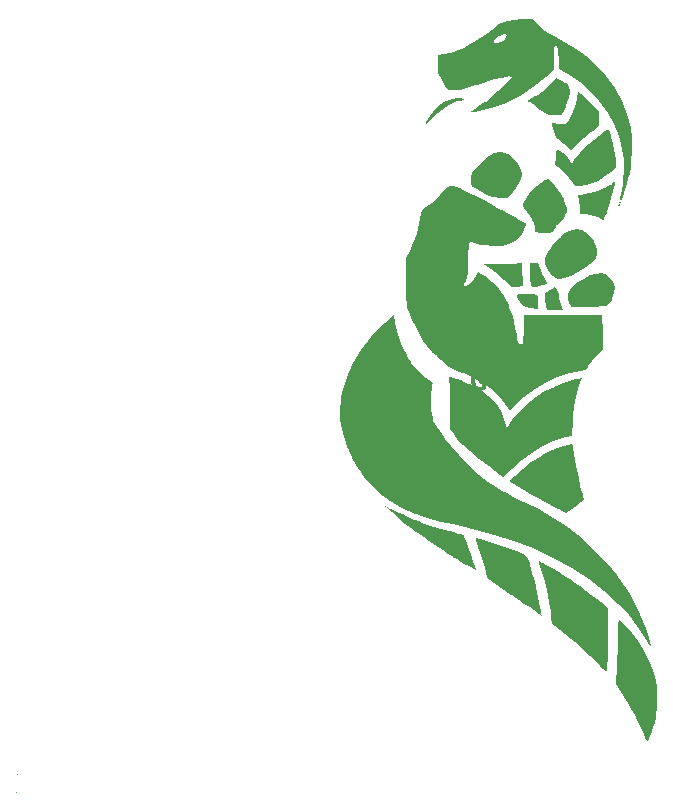
<source format=gbr>
%TF.GenerationSoftware,KiCad,Pcbnew,8.0.7*%
%TF.CreationDate,2025-01-18T15:19:19-06:00*%
%TF.ProjectId,bottom-plate,626f7474-6f6d-42d7-906c-6174652e6b69,rev?*%
%TF.SameCoordinates,Original*%
%TF.FileFunction,Legend,Top*%
%TF.FilePolarity,Positive*%
%FSLAX46Y46*%
G04 Gerber Fmt 4.6, Leading zero omitted, Abs format (unit mm)*
G04 Created by KiCad (PCBNEW 8.0.7) date 2025-01-18 15:19:19*
%MOMM*%
%LPD*%
G01*
G04 APERTURE LIST*
%ADD10C,0.300000*%
%ADD11C,0.000000*%
G04 APERTURE END LIST*
D10*
X267029572Y-78116757D02*
X266886715Y-78045328D01*
X266886715Y-78045328D02*
X266672429Y-78045328D01*
X266672429Y-78045328D02*
X266458143Y-78116757D01*
X266458143Y-78116757D02*
X266315286Y-78259614D01*
X266315286Y-78259614D02*
X266243857Y-78402471D01*
X266243857Y-78402471D02*
X266172429Y-78688185D01*
X266172429Y-78688185D02*
X266172429Y-78902471D01*
X266172429Y-78902471D02*
X266243857Y-79188185D01*
X266243857Y-79188185D02*
X266315286Y-79331042D01*
X266315286Y-79331042D02*
X266458143Y-79473900D01*
X266458143Y-79473900D02*
X266672429Y-79545328D01*
X266672429Y-79545328D02*
X266815286Y-79545328D01*
X266815286Y-79545328D02*
X267029572Y-79473900D01*
X267029572Y-79473900D02*
X267101000Y-79402471D01*
X267101000Y-79402471D02*
X267101000Y-78902471D01*
X267101000Y-78902471D02*
X266815286Y-78902471D01*
X267958143Y-78045328D02*
X267958143Y-78402471D01*
X267601000Y-78259614D02*
X267958143Y-78402471D01*
X267958143Y-78402471D02*
X268315286Y-78259614D01*
X267743857Y-78688185D02*
X267958143Y-78402471D01*
X267958143Y-78402471D02*
X268172429Y-78688185D01*
X269101000Y-78045328D02*
X269101000Y-78402471D01*
X268743857Y-78259614D02*
X269101000Y-78402471D01*
X269101000Y-78402471D02*
X269458143Y-78259614D01*
X268886714Y-78688185D02*
X269101000Y-78402471D01*
X269101000Y-78402471D02*
X269315286Y-78688185D01*
X270243857Y-78045328D02*
X270243857Y-78402471D01*
X269886714Y-78259614D02*
X270243857Y-78402471D01*
X270243857Y-78402471D02*
X270601000Y-78259614D01*
X270029571Y-78688185D02*
X270243857Y-78402471D01*
X270243857Y-78402471D02*
X270458143Y-78688185D01*
D11*
%TO.C,G\u002A\u002A\u002A*%
G36*
X227575080Y-113653956D02*
G01*
X227532605Y-113696431D01*
X227490130Y-113653956D01*
X227532605Y-113611481D01*
X227575080Y-113653956D01*
G37*
G36*
X227660030Y-112124859D02*
G01*
X227617555Y-112167334D01*
X227575080Y-112124859D01*
X227617555Y-112082385D01*
X227660030Y-112124859D01*
G37*
G36*
X228169729Y-103205127D02*
G01*
X228127254Y-103247602D01*
X228084779Y-103205127D01*
X228127254Y-103162652D01*
X228169729Y-103205127D01*
G37*
G36*
X258836619Y-89443254D02*
G01*
X258794144Y-89485729D01*
X258751669Y-89443254D01*
X258794144Y-89400779D01*
X258836619Y-89443254D01*
G37*
G36*
X281348324Y-101506130D02*
G01*
X281305849Y-101548605D01*
X281263374Y-101506130D01*
X281305849Y-101463655D01*
X281348324Y-101506130D01*
G37*
G36*
X265604289Y-54939464D02*
G01*
X265592628Y-54989966D01*
X265547655Y-54996097D01*
X265477732Y-54965015D01*
X265491022Y-54939464D01*
X265591838Y-54929297D01*
X265604289Y-54939464D01*
G37*
G36*
X278686563Y-63689296D02*
G01*
X278674902Y-63739799D01*
X278629930Y-63745930D01*
X278560006Y-63714848D01*
X278573296Y-63689296D01*
X278674112Y-63679130D01*
X278686563Y-63689296D01*
G37*
G36*
X278603278Y-63885753D02*
G01*
X278587455Y-63915829D01*
X278507414Y-63996957D01*
X278492478Y-64000779D01*
X278486682Y-63945906D01*
X278502505Y-63915829D01*
X278582546Y-63834702D01*
X278597482Y-63830879D01*
X278603278Y-63885753D01*
G37*
G36*
X270352914Y-69323891D02*
G01*
X270357704Y-69710341D01*
X270376177Y-70134831D01*
X270389796Y-70329542D01*
X270432271Y-70839241D01*
X269938571Y-70864874D01*
X269444871Y-70890507D01*
X268791748Y-70258359D01*
X268449124Y-69944897D01*
X268077203Y-69633577D01*
X267734881Y-69372672D01*
X267594519Y-69277041D01*
X267050412Y-68927869D01*
X268454636Y-68927869D01*
X268945341Y-68924899D01*
X269393205Y-68916691D01*
X269763224Y-68904305D01*
X270020393Y-68888796D01*
X270108684Y-68877905D01*
X270358508Y-68827940D01*
X270352914Y-69323891D01*
G37*
G36*
X271909016Y-69478143D02*
G01*
X272033782Y-69795234D01*
X272163087Y-70065882D01*
X272269764Y-70233474D01*
X272273398Y-70237472D01*
X272390461Y-70399315D01*
X272428592Y-70508872D01*
X272347980Y-70609142D01*
X272122989Y-70709318D01*
X271778885Y-70800020D01*
X271516795Y-70847384D01*
X271280559Y-70871063D01*
X271155437Y-70837799D01*
X271092045Y-70743685D01*
X271064172Y-70593267D01*
X271042257Y-70318490D01*
X271029238Y-69964868D01*
X271026920Y-69734893D01*
X271026920Y-68885395D01*
X271363374Y-68885395D01*
X271699828Y-68885395D01*
X271909016Y-69478143D01*
G37*
G36*
X273296191Y-71052873D02*
G01*
X273406211Y-71274568D01*
X273447990Y-71514749D01*
X273481165Y-71801885D01*
X273568924Y-72172961D01*
X273693618Y-72558137D01*
X273744192Y-72686900D01*
X273759264Y-72760475D01*
X273709036Y-72804886D01*
X273563234Y-72827331D01*
X273291581Y-72835008D01*
X273118898Y-72835562D01*
X272778863Y-72833210D01*
X272571255Y-72818376D01*
X272458600Y-72779387D01*
X272403427Y-72704574D01*
X272373567Y-72603427D01*
X272339989Y-72388941D01*
X272315749Y-72084827D01*
X272308236Y-71867790D01*
X272301167Y-71364287D01*
X272722780Y-71114848D01*
X273144392Y-70865410D01*
X273296191Y-71052873D01*
G37*
G36*
X271085301Y-71482378D02*
G01*
X271377402Y-71498575D01*
X271562604Y-71522194D01*
X271607444Y-71540077D01*
X271643312Y-71675339D01*
X271666474Y-71905977D01*
X271676286Y-72178466D01*
X271672103Y-72439281D01*
X271653279Y-72634896D01*
X271621568Y-72711519D01*
X271497950Y-72707169D01*
X271263485Y-72675772D01*
X271026920Y-72634767D01*
X270732672Y-72569432D01*
X270495518Y-72499640D01*
X270389796Y-72453288D01*
X270288144Y-72337396D01*
X270153105Y-72127924D01*
X270017936Y-71884429D01*
X269915895Y-71666468D01*
X269879861Y-71540077D01*
X269958892Y-71513259D01*
X270171722Y-71492011D01*
X270482272Y-71479053D01*
X270724582Y-71476364D01*
X271085301Y-71482378D01*
G37*
G36*
X277354863Y-69807493D02*
G01*
X277662226Y-70009522D01*
X277723406Y-70066143D01*
X278025422Y-70466632D01*
X278169511Y-70919925D01*
X278153974Y-71412054D01*
X277977115Y-71929053D01*
X277955145Y-71972621D01*
X277811497Y-72204130D01*
X277639147Y-72362918D01*
X277403014Y-72463919D01*
X277068019Y-72522069D01*
X276599081Y-72552300D01*
X276592942Y-72552538D01*
X276144157Y-72570307D01*
X275671109Y-72589890D01*
X275259288Y-72607726D01*
X275169755Y-72611777D01*
X274822299Y-72618592D01*
X274603566Y-72596181D01*
X274473998Y-72538727D01*
X274437854Y-72504143D01*
X274288384Y-72211208D01*
X274237917Y-71810438D01*
X274262454Y-71498828D01*
X274388865Y-71131902D01*
X274660042Y-70785174D01*
X275084892Y-70449508D01*
X275549191Y-70178719D01*
X276128058Y-69906887D01*
X276608287Y-69755113D01*
X277010386Y-69722336D01*
X277354863Y-69807493D01*
G37*
G36*
X268589358Y-59455233D02*
G01*
X269115198Y-59628798D01*
X269573833Y-59924460D01*
X269940795Y-60314938D01*
X270191614Y-60772948D01*
X270301822Y-61271207D01*
X270304846Y-61367990D01*
X270255500Y-61720849D01*
X270099024Y-62099698D01*
X269822758Y-62529856D01*
X269551564Y-62874762D01*
X269333204Y-63129516D01*
X269173994Y-63279867D01*
X269027499Y-63354520D01*
X268847285Y-63382180D01*
X268721950Y-63387610D01*
X268393839Y-63366319D01*
X268021486Y-63297849D01*
X267841301Y-63247445D01*
X267396466Y-63078846D01*
X266919548Y-62861068D01*
X266480629Y-62628073D01*
X266206017Y-62455003D01*
X266062784Y-62329592D01*
X265993445Y-62176814D01*
X265972879Y-61932839D01*
X265972405Y-61861393D01*
X266009673Y-61553698D01*
X266131775Y-61245104D01*
X266354152Y-60911272D01*
X266692248Y-60527863D01*
X267030749Y-60193418D01*
X267517712Y-59791707D01*
X267972128Y-59539864D01*
X268385055Y-59442124D01*
X268589358Y-59455233D01*
G37*
G36*
X275434226Y-66073651D02*
G01*
X275840572Y-66313520D01*
X275994053Y-66451972D01*
X276327878Y-66841973D01*
X276532108Y-67243336D01*
X276637502Y-67707477D01*
X276655512Y-68081497D01*
X276586093Y-68391003D01*
X276410145Y-68669103D01*
X276108567Y-68948905D01*
X275787927Y-69180143D01*
X275079608Y-69623798D01*
X274457373Y-69941766D01*
X273926321Y-70132155D01*
X273491554Y-70193068D01*
X273200509Y-70141233D01*
X272927895Y-69961145D01*
X272662121Y-69664251D01*
X272436899Y-69301507D01*
X272285941Y-68923867D01*
X272243646Y-68694985D01*
X272278075Y-68501059D01*
X272389789Y-68232547D01*
X272557952Y-67920011D01*
X272761727Y-67594014D01*
X272980279Y-67285116D01*
X273192771Y-67023880D01*
X273378366Y-66840869D01*
X273516229Y-66766643D01*
X273553201Y-66774171D01*
X273604060Y-66776413D01*
X273586949Y-66737836D01*
X273608473Y-66627091D01*
X273755218Y-66479939D01*
X273993470Y-66320023D01*
X274289515Y-66170981D01*
X274520194Y-66083459D01*
X274999170Y-65998232D01*
X275434226Y-66073651D01*
G37*
G36*
X273529254Y-53350308D02*
G01*
X273737086Y-53453542D01*
X273868740Y-53548924D01*
X273879260Y-53562500D01*
X273964037Y-53627229D01*
X273985670Y-53622918D01*
X274104166Y-53640332D01*
X274234041Y-53770608D01*
X274338922Y-53963557D01*
X274382435Y-54168990D01*
X274382438Y-54170394D01*
X274353179Y-54471314D01*
X274274781Y-54843382D01*
X274161316Y-55244687D01*
X274026852Y-55633322D01*
X273885462Y-55967375D01*
X273751215Y-56204937D01*
X273670726Y-56290281D01*
X273517061Y-56329917D01*
X273256424Y-56344979D01*
X272949793Y-56336563D01*
X272658145Y-56305769D01*
X272486997Y-56268970D01*
X272291672Y-56171450D01*
X272044043Y-55997115D01*
X271879556Y-55857558D01*
X271601175Y-55628161D01*
X271299361Y-55419364D01*
X271151454Y-55334422D01*
X270791874Y-55150977D01*
X271210895Y-54911664D01*
X271464374Y-54754651D01*
X271666086Y-54607995D01*
X271742331Y-54536900D01*
X271864608Y-54425873D01*
X271924998Y-54401448D01*
X272012653Y-54346422D01*
X272192538Y-54198129D01*
X272435075Y-53981751D01*
X272614724Y-53814237D01*
X273234198Y-53227025D01*
X273529254Y-53350308D01*
G37*
G36*
X265197463Y-54924826D02*
G01*
X265350014Y-54959776D01*
X265377756Y-54986643D01*
X265304967Y-55042515D01*
X265132009Y-55103313D01*
X264926991Y-55150561D01*
X264758025Y-55165784D01*
X264729590Y-55162459D01*
X264634942Y-55207692D01*
X264622705Y-55222453D01*
X264522704Y-55297318D01*
X264320337Y-55414838D01*
X264145983Y-55505796D01*
X263898184Y-55641980D01*
X263714261Y-55765527D01*
X263653300Y-55824358D01*
X263541545Y-55921062D01*
X263500537Y-55930545D01*
X263407710Y-55987048D01*
X263226252Y-56139187D01*
X262986095Y-56360902D01*
X262817509Y-56525194D01*
X262561787Y-56776337D01*
X262353620Y-56975018D01*
X262220256Y-57095559D01*
X262186589Y-57119843D01*
X262189026Y-57051705D01*
X262238830Y-56896373D01*
X262355212Y-56665025D01*
X262536185Y-56388383D01*
X262756051Y-56096643D01*
X262989114Y-55820000D01*
X263209676Y-55588653D01*
X263392039Y-55432796D01*
X263510507Y-55382626D01*
X263523145Y-55387200D01*
X263590681Y-55369706D01*
X263593809Y-55347013D01*
X263670241Y-55261053D01*
X263869988Y-55161645D01*
X264148728Y-55062970D01*
X264462137Y-54979207D01*
X264765892Y-54924537D01*
X264956193Y-54911147D01*
X265197463Y-54924826D01*
G37*
G36*
X278643958Y-99063782D02*
G01*
X278830227Y-99237515D01*
X279073314Y-99495385D01*
X279350702Y-99811469D01*
X279639876Y-100159841D01*
X279918317Y-100514580D01*
X280163508Y-100849759D01*
X280237283Y-100957624D01*
X280780278Y-101847107D01*
X281193525Y-102709698D01*
X281498764Y-103595432D01*
X281649882Y-104208841D01*
X281721648Y-104696659D01*
X281760732Y-105292104D01*
X281767280Y-105936106D01*
X281741442Y-106569595D01*
X281683365Y-107133501D01*
X281641951Y-107372515D01*
X281550927Y-107759565D01*
X281436569Y-108167932D01*
X281310878Y-108562910D01*
X281185854Y-108909795D01*
X281073500Y-109173882D01*
X280985815Y-109320466D01*
X280962327Y-109337877D01*
X280881910Y-109284583D01*
X280789184Y-109116671D01*
X280762382Y-109046669D01*
X280624676Y-108701624D01*
X280417824Y-108247494D01*
X280160618Y-107720562D01*
X279871853Y-107157113D01*
X279570323Y-106593431D01*
X279274820Y-106065800D01*
X279004139Y-105610505D01*
X278887035Y-105425995D01*
X278284565Y-104503719D01*
X278372248Y-102962450D01*
X278402755Y-102350281D01*
X278428652Y-101685807D01*
X278447922Y-101032368D01*
X278458544Y-100453303D01*
X278459981Y-100210645D01*
X278465083Y-99778247D01*
X278479082Y-99414394D01*
X278500070Y-99149054D01*
X278526140Y-99012195D01*
X278537026Y-99000110D01*
X278643958Y-99063782D01*
G37*
G36*
X266527699Y-92144360D02*
G01*
X266786198Y-92204748D01*
X267150953Y-92307825D01*
X267595643Y-92444866D01*
X268093946Y-92607145D01*
X268619541Y-92785938D01*
X269146105Y-92972518D01*
X269647317Y-93158161D01*
X270096856Y-93334141D01*
X270393899Y-93458738D01*
X270572449Y-93541197D01*
X270695315Y-93625763D01*
X270785937Y-93748973D01*
X270867754Y-93947367D01*
X270964206Y-94257481D01*
X271012923Y-94423693D01*
X271117856Y-94785935D01*
X271207490Y-95101121D01*
X271268951Y-95323706D01*
X271285984Y-95389742D01*
X271324206Y-95543405D01*
X271393444Y-95815635D01*
X271481996Y-96160556D01*
X271534167Y-96362599D01*
X271622180Y-96724041D01*
X271712982Y-97132836D01*
X271800144Y-97555084D01*
X271877235Y-97956886D01*
X271937827Y-98304342D01*
X271975488Y-98563552D01*
X271983790Y-98700618D01*
X271979896Y-98712575D01*
X271905175Y-98681535D01*
X271749649Y-98574850D01*
X271703928Y-98539952D01*
X271569966Y-98441580D01*
X271316565Y-98260993D01*
X270964101Y-98012502D01*
X270532951Y-97710417D01*
X270043493Y-97369047D01*
X269516104Y-97002702D01*
X269423586Y-96938585D01*
X267395504Y-95533550D01*
X267153992Y-94595692D01*
X267020521Y-94114738D01*
X266861455Y-93597303D01*
X266701772Y-93122723D01*
X266623132Y-92909741D01*
X266505133Y-92584822D01*
X266425362Y-92325268D01*
X266394030Y-92166799D01*
X266401778Y-92135387D01*
X266527699Y-92144360D01*
G37*
G36*
X275324640Y-54532883D02*
G01*
X275474402Y-54642227D01*
X275703076Y-54846778D01*
X275976622Y-55114827D01*
X276198594Y-55346896D01*
X276845983Y-56043747D01*
X276844682Y-56603032D01*
X276835071Y-56902848D01*
X276811246Y-57136659D01*
X276780970Y-57247751D01*
X276678834Y-57347754D01*
X276501991Y-57491862D01*
X276302408Y-57641117D01*
X276132053Y-57756562D01*
X276045028Y-57799441D01*
X275970002Y-57856106D01*
X275800862Y-58010437D01*
X275562600Y-58238944D01*
X275280209Y-58518135D01*
X275276836Y-58521515D01*
X274991772Y-58801612D01*
X274747589Y-59031068D01*
X274570178Y-59186266D01*
X274485429Y-59243587D01*
X274485305Y-59243589D01*
X274387443Y-59187277D01*
X274227474Y-59046152D01*
X274164719Y-58982788D01*
X273919988Y-58760857D01*
X273649966Y-58561521D01*
X273617890Y-58541461D01*
X273386186Y-58381532D01*
X273235170Y-58210009D01*
X273125571Y-57969904D01*
X273048021Y-57714492D01*
X272971533Y-57438613D01*
X272905970Y-57203325D01*
X272889506Y-57144624D01*
X272867477Y-57023194D01*
X272924944Y-56992040D01*
X273101463Y-57032983D01*
X273120547Y-57038437D01*
X273411742Y-57095542D01*
X273718376Y-57119834D01*
X273722983Y-57119843D01*
X273933320Y-57099728D01*
X274089775Y-57014215D01*
X274254186Y-56825550D01*
X274294195Y-56771109D01*
X274585468Y-56265749D01*
X274826675Y-55636095D01*
X274995473Y-54956591D01*
X275098075Y-54415721D01*
X275324640Y-54532883D01*
G37*
G36*
X272693870Y-61829262D02*
G01*
X272908146Y-62015463D01*
X273149216Y-62299909D01*
X273398563Y-62652998D01*
X273637671Y-63045123D01*
X273848024Y-63446682D01*
X274011105Y-63828069D01*
X274108397Y-64159680D01*
X274127589Y-64333309D01*
X274108030Y-64548747D01*
X274059054Y-64670364D01*
X274037625Y-64680378D01*
X273981236Y-64726579D01*
X273990193Y-64749194D01*
X273966974Y-64851736D01*
X273859684Y-65031325D01*
X273703229Y-65243720D01*
X273532512Y-65444682D01*
X273382439Y-65589969D01*
X273290480Y-65636063D01*
X273213527Y-65663189D01*
X273214378Y-65689545D01*
X273182274Y-65800303D01*
X273076041Y-65981009D01*
X273041935Y-66029344D01*
X272936100Y-66162591D01*
X272829313Y-66241512D01*
X272675666Y-66280315D01*
X272429249Y-66293208D01*
X272185357Y-66294425D01*
X271864572Y-66287625D01*
X271612940Y-66269610D01*
X271475930Y-66243960D01*
X271465827Y-66237791D01*
X271431366Y-66124958D01*
X271411289Y-65907595D01*
X271409194Y-65804029D01*
X271367074Y-65472325D01*
X271217310Y-65182471D01*
X271168755Y-65117352D01*
X270976540Y-64860082D01*
X270757681Y-64553373D01*
X270653281Y-64401828D01*
X270498513Y-64158056D01*
X270431626Y-63989632D01*
X270436665Y-63837426D01*
X270469931Y-63722230D01*
X270626006Y-63406711D01*
X270881093Y-63053035D01*
X271203346Y-62691441D01*
X271560920Y-62352169D01*
X271921970Y-62065458D01*
X272254649Y-61861547D01*
X272524904Y-61770913D01*
X272693870Y-61829262D01*
G37*
G36*
X277676590Y-57618053D02*
G01*
X277764297Y-57803190D01*
X277850268Y-58047133D01*
X277903286Y-58250495D01*
X277954381Y-58418638D01*
X277977751Y-58479040D01*
X278062230Y-58757310D01*
X278143212Y-59160995D01*
X278212899Y-59645666D01*
X278255027Y-60058865D01*
X278311633Y-60737609D01*
X277882187Y-61123717D01*
X277358339Y-61522154D01*
X276745584Y-61872499D01*
X276110868Y-62140170D01*
X275678541Y-62262140D01*
X275300103Y-62338409D01*
X275047874Y-62368653D01*
X274882300Y-62344105D01*
X274763825Y-62256003D01*
X274652896Y-62095581D01*
X274611449Y-62025696D01*
X274339054Y-61624288D01*
X274003586Y-61221528D01*
X273655048Y-60873590D01*
X273416623Y-60683417D01*
X273118215Y-60478945D01*
X273166586Y-59924979D01*
X273201676Y-59628399D01*
X273245677Y-59399355D01*
X273285567Y-59293742D01*
X273398711Y-59283848D01*
X273587675Y-59373373D01*
X273815080Y-59535038D01*
X274043545Y-59741567D01*
X274235691Y-59965684D01*
X274265577Y-60008862D01*
X274407490Y-60207370D01*
X274515069Y-60329430D01*
X274545311Y-60347936D01*
X274620651Y-60282179D01*
X274734574Y-60120369D01*
X274756153Y-60084700D01*
X274936164Y-59839581D01*
X275221884Y-59520423D01*
X275583693Y-59155907D01*
X275991968Y-58774712D01*
X276417086Y-58405517D01*
X276829425Y-58077003D01*
X276831381Y-58075528D01*
X277130731Y-57854987D01*
X277381964Y-57679215D01*
X277553273Y-57569926D01*
X277609172Y-57544592D01*
X277676590Y-57618053D01*
G37*
G36*
X278190034Y-61953126D02*
G01*
X278174669Y-62105544D01*
X278160386Y-62192659D01*
X278047188Y-62760561D01*
X277892279Y-63386502D01*
X277715158Y-63998653D01*
X277535326Y-64525182D01*
X277508101Y-64595428D01*
X277389573Y-64892223D01*
X277297221Y-65118372D01*
X277246709Y-65235685D01*
X277242112Y-65243904D01*
X277172721Y-65207399D01*
X277023835Y-65103475D01*
X277015883Y-65097586D01*
X276786155Y-64976784D01*
X276450591Y-64857384D01*
X276072474Y-64757078D01*
X275715084Y-64693559D01*
X275523552Y-64680378D01*
X275256214Y-64680378D01*
X275247118Y-64552953D01*
X275316886Y-64552953D01*
X275359361Y-64595428D01*
X275401836Y-64552953D01*
X275486786Y-64552953D01*
X275529261Y-64595428D01*
X275571736Y-64552953D01*
X275529261Y-64510478D01*
X275486786Y-64552953D01*
X275401836Y-64552953D01*
X275359361Y-64510478D01*
X275316886Y-64552953D01*
X275247118Y-64552953D01*
X275209219Y-64022017D01*
X275179211Y-63686350D01*
X275143083Y-63404023D01*
X275107935Y-63229017D01*
X275103042Y-63214993D01*
X275091252Y-63109153D01*
X275196728Y-63069636D01*
X275294209Y-63066331D01*
X275604633Y-63033280D01*
X276014765Y-62944536D01*
X276470098Y-62815709D01*
X276916129Y-62662412D01*
X277298350Y-62500254D01*
X277336416Y-62481408D01*
X277602416Y-62359987D01*
X277809186Y-62289296D01*
X277911254Y-62284482D01*
X277941792Y-62287158D01*
X277925827Y-62253223D01*
X277943817Y-62137336D01*
X278044033Y-62016675D01*
X278152346Y-61932362D01*
X278190034Y-61953126D01*
G37*
G36*
X271804692Y-94115495D02*
G01*
X271943258Y-94210024D01*
X271975493Y-94219311D01*
X272102305Y-94272992D01*
X272342812Y-94399449D01*
X272666869Y-94581036D01*
X273044333Y-94800107D01*
X273445060Y-95039016D01*
X273838905Y-95280116D01*
X274195725Y-95505760D01*
X274382438Y-95628349D01*
X274792669Y-95909655D01*
X275255362Y-96237874D01*
X275738919Y-96589493D01*
X276211742Y-96940997D01*
X276642232Y-97268871D01*
X276998792Y-97549602D01*
X277249822Y-97759675D01*
X277266192Y-97774342D01*
X277610532Y-98085432D01*
X277609597Y-100432905D01*
X277606845Y-101278372D01*
X277598930Y-101965171D01*
X277585258Y-102504471D01*
X277565233Y-102907443D01*
X277538258Y-103185255D01*
X277503737Y-103349079D01*
X277461076Y-103410083D01*
X277450754Y-103410842D01*
X277376065Y-103350846D01*
X277205305Y-103190002D01*
X276960423Y-102949682D01*
X276663367Y-102651257D01*
X276506184Y-102491081D01*
X276104562Y-102092050D01*
X275656832Y-101666741D01*
X275215626Y-101264099D01*
X274833574Y-100933068D01*
X274808246Y-100912057D01*
X274488569Y-100647263D01*
X274211336Y-100416394D01*
X274005947Y-100244016D01*
X273901803Y-100154697D01*
X273901101Y-100154060D01*
X273781967Y-100059421D01*
X273570966Y-99903354D01*
X273338231Y-99736974D01*
X272876540Y-99411964D01*
X272822095Y-98826153D01*
X272756262Y-98308747D01*
X272647699Y-97673024D01*
X272506067Y-96962291D01*
X272341023Y-96219852D01*
X272162227Y-95489011D01*
X271979339Y-94813075D01*
X271802018Y-94235347D01*
X271790314Y-94200445D01*
X271771401Y-94099597D01*
X271804692Y-94115495D01*
G37*
G36*
X274569535Y-84202057D02*
G01*
X274618873Y-84321347D01*
X274673716Y-84560655D01*
X274723070Y-84870902D01*
X274727950Y-84909342D01*
X274828267Y-85601499D01*
X274961840Y-86349696D01*
X275115739Y-87089473D01*
X275277035Y-87756371D01*
X275356193Y-88041582D01*
X275451192Y-88371287D01*
X275524614Y-88637698D01*
X275565302Y-88799819D01*
X275569953Y-88827156D01*
X275507663Y-88906355D01*
X275341660Y-89058001D01*
X275106110Y-89255271D01*
X274835180Y-89471340D01*
X274563038Y-89679383D01*
X274323850Y-89852577D01*
X274151782Y-89964097D01*
X274087380Y-89991128D01*
X273978746Y-89952797D01*
X273756067Y-89852966D01*
X273456018Y-89708555D01*
X273235615Y-89598160D01*
X272909725Y-89429550D01*
X272643993Y-89286539D01*
X272472924Y-89188013D01*
X272428592Y-89156473D01*
X272331329Y-89091058D01*
X272137010Y-88989289D01*
X272046318Y-88946124D01*
X271857275Y-88849184D01*
X271556093Y-88683746D01*
X271176325Y-88468715D01*
X270751525Y-88222997D01*
X270487397Y-88067761D01*
X269268276Y-87346728D01*
X269510474Y-87087754D01*
X269736190Y-86866433D01*
X270045444Y-86589901D01*
X270403608Y-86286273D01*
X270776056Y-85983661D01*
X271128159Y-85710178D01*
X271425291Y-85493936D01*
X271632824Y-85363049D01*
X271638350Y-85360201D01*
X271847788Y-85246875D01*
X271984138Y-85160661D01*
X272003843Y-85143191D01*
X272142784Y-85037996D01*
X272397004Y-84904074D01*
X272732755Y-84753804D01*
X273116291Y-84599564D01*
X273513863Y-84453733D01*
X273891725Y-84328692D01*
X274216128Y-84236818D01*
X274453325Y-84190491D01*
X274569535Y-84202057D01*
G37*
G36*
X258977829Y-89549441D02*
G01*
X259074006Y-89647955D01*
X259110564Y-89655629D01*
X259222644Y-89690051D01*
X259448359Y-89782349D01*
X259748565Y-89916066D01*
X259918841Y-89995428D01*
X260240225Y-90143783D01*
X260505205Y-90259306D01*
X260675477Y-90325623D01*
X260713848Y-90335227D01*
X260789396Y-90394235D01*
X260790465Y-90406019D01*
X260858154Y-90475097D01*
X260896652Y-90481718D01*
X261015186Y-90512585D01*
X261255232Y-90592509D01*
X261580025Y-90708789D01*
X261894813Y-90826551D01*
X262365441Y-90995223D01*
X262919619Y-91177629D01*
X263475757Y-91347553D01*
X263806184Y-91440652D01*
X264208481Y-91549613D01*
X264557769Y-91645627D01*
X264817454Y-91718538D01*
X264950943Y-91758192D01*
X264953007Y-91758897D01*
X265153303Y-91808160D01*
X265229052Y-91819444D01*
X265371412Y-91851135D01*
X265406715Y-91871362D01*
X265451694Y-91970887D01*
X265536970Y-92196909D01*
X265652242Y-92518919D01*
X265787206Y-92906405D01*
X265931559Y-93328859D01*
X266074997Y-93755769D01*
X266207216Y-94156624D01*
X266317915Y-94500916D01*
X266396789Y-94758132D01*
X266433535Y-94897764D01*
X266434154Y-94913835D01*
X266399753Y-94885526D01*
X266397154Y-94851727D01*
X266330916Y-94758763D01*
X266295908Y-94752619D01*
X266183352Y-94711592D01*
X265970954Y-94605266D01*
X265702704Y-94458775D01*
X265422593Y-94297254D01*
X265174612Y-94145834D01*
X265002751Y-94029650D01*
X264953007Y-93985368D01*
X264846000Y-93915695D01*
X264719395Y-93866370D01*
X264571198Y-93790789D01*
X264528257Y-93727496D01*
X264462114Y-93652185D01*
X264432428Y-93648271D01*
X264318706Y-93601175D01*
X264089538Y-93469840D01*
X263767430Y-93269195D01*
X263374892Y-93014169D01*
X262934432Y-92719691D01*
X262468557Y-92400690D01*
X261999775Y-92072094D01*
X261550596Y-91748833D01*
X261385114Y-91627079D01*
X260968669Y-91312150D01*
X262829261Y-91312150D01*
X262871736Y-91354625D01*
X262914211Y-91312150D01*
X262871736Y-91269675D01*
X262829261Y-91312150D01*
X260968669Y-91312150D01*
X260915178Y-91271698D01*
X260453392Y-90909503D01*
X260019204Y-90557072D01*
X259632061Y-90230981D01*
X259311412Y-89947807D01*
X259076705Y-89724128D01*
X258947389Y-89576520D01*
X258928275Y-89532962D01*
X258956702Y-89509884D01*
X258977829Y-89549441D01*
G37*
G36*
X264338513Y-78472914D02*
G01*
X264569409Y-78552857D01*
X264859980Y-78664008D01*
X265165684Y-78788296D01*
X265441984Y-78907651D01*
X265644337Y-79004002D01*
X265727053Y-79057013D01*
X265800013Y-79118918D01*
X265812003Y-79116640D01*
X265929641Y-79119952D01*
X266090098Y-79185166D01*
X266209336Y-79272819D01*
X266227254Y-79311632D01*
X266260002Y-79366162D01*
X266278008Y-79354262D01*
X266384568Y-79359705D01*
X266587278Y-79460808D01*
X266857776Y-79637627D01*
X267167703Y-79870222D01*
X267488698Y-80138650D01*
X267779306Y-80409917D01*
X268259035Y-80956349D01*
X268599046Y-81517350D01*
X268826327Y-82140283D01*
X268872646Y-82328706D01*
X268938964Y-82576032D01*
X269003180Y-82737979D01*
X269036830Y-82774692D01*
X269112620Y-82708152D01*
X269241706Y-82536221D01*
X269354455Y-82362736D01*
X269667188Y-81927264D01*
X270086817Y-81448126D01*
X270573358Y-80967048D01*
X271086825Y-80525756D01*
X271196819Y-80440146D01*
X271482098Y-80233968D01*
X271804737Y-80018758D01*
X272135020Y-79811969D01*
X272443233Y-79631051D01*
X272699657Y-79493455D01*
X272874578Y-79416633D01*
X272938291Y-79417446D01*
X272986566Y-79414199D01*
X273058744Y-79353332D01*
X273195714Y-79271775D01*
X273454592Y-79160578D01*
X273793181Y-79034099D01*
X274169284Y-78906693D01*
X274540704Y-78792718D01*
X274865245Y-78706530D01*
X275083460Y-78664450D01*
X275387047Y-78626796D01*
X275255288Y-78938035D01*
X275032005Y-79550918D01*
X274863928Y-80216879D01*
X274744850Y-80969462D01*
X274668563Y-81842209D01*
X274649553Y-82211176D01*
X274594813Y-83474081D01*
X274000164Y-83626332D01*
X272987974Y-83962601D01*
X271966488Y-84449731D01*
X270961826Y-85072415D01*
X270000107Y-85815346D01*
X269513805Y-86255424D01*
X268733274Y-87001567D01*
X268478425Y-86815501D01*
X267493983Y-86079710D01*
X266650757Y-85411863D01*
X265938518Y-84802898D01*
X265347033Y-84243757D01*
X264866072Y-83725378D01*
X264567337Y-83351982D01*
X264207927Y-82867398D01*
X264245911Y-81780410D01*
X264255342Y-81232829D01*
X264251091Y-80603732D01*
X264234412Y-79980847D01*
X264214334Y-79567836D01*
X264193456Y-79153338D01*
X264185067Y-78807603D01*
X264189237Y-78561744D01*
X264206035Y-78446873D01*
X264211831Y-78442251D01*
X264338513Y-78472914D01*
G37*
G36*
X259611212Y-73954764D02*
G01*
X259845421Y-74964063D01*
X260163856Y-75867743D01*
X260558235Y-76643681D01*
X260699772Y-76862332D01*
X260845005Y-77083557D01*
X260939606Y-77247106D01*
X260960364Y-77300419D01*
X261019351Y-77391197D01*
X261177095Y-77566640D01*
X261404776Y-77799208D01*
X261673572Y-78061365D01*
X261954662Y-78325572D01*
X262219224Y-78564291D01*
X262438436Y-78749984D01*
X262583478Y-78855113D01*
X262592749Y-78860113D01*
X262742886Y-78959118D01*
X262787107Y-79036182D01*
X262786136Y-79037951D01*
X262734707Y-79205003D01*
X262691868Y-79500823D01*
X262659782Y-79884404D01*
X262640611Y-80314735D01*
X262636518Y-80750807D01*
X262649665Y-81151612D01*
X262664768Y-81339658D01*
X262704372Y-81673554D01*
X262756033Y-81952171D01*
X262834355Y-82205690D01*
X262953945Y-82464291D01*
X263129407Y-82758156D01*
X263375349Y-83117466D01*
X263706375Y-83572404D01*
X263818866Y-83724499D01*
X264027979Y-83989525D01*
X264308030Y-84319687D01*
X264640026Y-84695031D01*
X265004975Y-85095603D01*
X265383884Y-85501448D01*
X265757760Y-85892613D01*
X266107611Y-86249143D01*
X266414443Y-86551084D01*
X266659265Y-86778481D01*
X266823083Y-86911381D01*
X266877176Y-86937640D01*
X266976138Y-86991037D01*
X267150350Y-87127185D01*
X267272617Y-87234964D01*
X267459501Y-87402694D01*
X267587627Y-87510348D01*
X267620095Y-87531883D01*
X267698243Y-87572913D01*
X267889133Y-87683388D01*
X268160394Y-87844386D01*
X268358678Y-87963656D01*
X268662207Y-88137545D01*
X269081529Y-88364363D01*
X269578860Y-88624374D01*
X270116418Y-88897840D01*
X270656419Y-89165025D01*
X270687120Y-89179963D01*
X271760472Y-89720596D01*
X272702876Y-90240122D01*
X273547416Y-90761698D01*
X274327176Y-91308479D01*
X275075239Y-91903624D01*
X275824691Y-92570288D01*
X276585557Y-93308471D01*
X277007351Y-93731846D01*
X277331873Y-94059618D01*
X277581488Y-94316818D01*
X277778560Y-94528480D01*
X277945453Y-94719638D01*
X278104532Y-94915323D01*
X278278161Y-95140570D01*
X278488704Y-95420410D01*
X278573926Y-95534112D01*
X279460531Y-96842687D01*
X280187767Y-98194032D01*
X280764089Y-99604439D01*
X280902500Y-100021438D01*
X281071222Y-100569723D01*
X281180556Y-100961991D01*
X281229427Y-101201801D01*
X281216764Y-101292714D01*
X281141493Y-101238292D01*
X281002542Y-101042093D01*
X280798837Y-100707678D01*
X280730827Y-100591101D01*
X280107439Y-99607812D01*
X279410097Y-98693654D01*
X278596496Y-97793732D01*
X278495930Y-97691068D01*
X277305893Y-96591403D01*
X275987578Y-95575624D01*
X274537365Y-94641976D01*
X272951635Y-93788705D01*
X271226767Y-93014058D01*
X269359142Y-92316280D01*
X267345140Y-91693617D01*
X265181140Y-91144314D01*
X264815593Y-91061977D01*
X264065991Y-90894121D01*
X263453541Y-90751833D01*
X262948866Y-90626989D01*
X262522592Y-90511463D01*
X262145344Y-90397130D01*
X261787747Y-90275866D01*
X261420427Y-90139546D01*
X261270340Y-90081386D01*
X260183887Y-89585422D01*
X259167463Y-88980286D01*
X258249401Y-88285768D01*
X257458029Y-87521656D01*
X257231628Y-87260172D01*
X256982319Y-86939987D01*
X256717499Y-86569993D01*
X256459436Y-86184884D01*
X256230396Y-85819359D01*
X256052643Y-85508111D01*
X255948445Y-85285838D01*
X255934064Y-85238237D01*
X255878547Y-85098178D01*
X255854091Y-85068338D01*
X255785234Y-84955320D01*
X255680150Y-84717000D01*
X255552257Y-84390559D01*
X255414973Y-84013179D01*
X255281714Y-83622042D01*
X255165899Y-83254331D01*
X255080944Y-82947226D01*
X255066340Y-82885347D01*
X254953809Y-82130740D01*
X254926610Y-81296635D01*
X254983312Y-80449611D01*
X255122484Y-79656247D01*
X255136997Y-79597643D01*
X255504969Y-78475130D01*
X256038241Y-77350328D01*
X256732464Y-76230162D01*
X257583288Y-75121561D01*
X258586364Y-74031453D01*
X258706500Y-73912289D01*
X259469011Y-73162595D01*
X259611212Y-73954764D01*
G37*
G36*
X271687493Y-48634036D02*
G01*
X272013827Y-48963030D01*
X272283665Y-49203270D01*
X272551759Y-49394420D01*
X272872858Y-49576141D01*
X273238877Y-49757886D01*
X273918255Y-50122228D01*
X274652029Y-50578939D01*
X275385414Y-51090217D01*
X276063621Y-51618256D01*
X276534427Y-52031850D01*
X277446804Y-52995216D01*
X278206300Y-54022812D01*
X278810155Y-55109550D01*
X279255608Y-56250346D01*
X279539898Y-57440114D01*
X279568384Y-57621890D01*
X279617157Y-58137409D01*
X279635412Y-58762455D01*
X279625117Y-59442016D01*
X279588245Y-60121081D01*
X279526767Y-60744642D01*
X279442652Y-61257686D01*
X279437234Y-61282385D01*
X279336618Y-61695391D01*
X279217035Y-62127858D01*
X279088867Y-62548588D01*
X278962498Y-62926387D01*
X278848309Y-63230058D01*
X278756683Y-63428404D01*
X278702150Y-63491080D01*
X278653060Y-63425716D01*
X278664226Y-63342418D01*
X278732037Y-63054888D01*
X278801373Y-62648424D01*
X278865999Y-62173818D01*
X278919679Y-61681859D01*
X278956179Y-61223336D01*
X278969271Y-60857635D01*
X278925791Y-60065712D01*
X278803999Y-59217540D01*
X278617561Y-58399720D01*
X278540376Y-58139241D01*
X278133424Y-57118229D01*
X277576537Y-56121441D01*
X276889678Y-55172866D01*
X276092813Y-54296493D01*
X275205905Y-53516313D01*
X274248919Y-52856316D01*
X274045226Y-52737662D01*
X273456072Y-52405127D01*
X273430793Y-51470679D01*
X273417942Y-51061805D01*
X273401272Y-50792407D01*
X273373941Y-50632089D01*
X273329108Y-50550454D01*
X273259933Y-50517107D01*
X273214378Y-50509085D01*
X273132235Y-50503383D01*
X273077815Y-50532873D01*
X273045410Y-50625732D01*
X273029317Y-50810137D01*
X273023829Y-51114266D01*
X273023241Y-51453063D01*
X273023241Y-52424187D01*
X272322405Y-53096473D01*
X271274971Y-53989810D01*
X270155750Y-54729165D01*
X268964786Y-55314516D01*
X267702121Y-55745842D01*
X266684100Y-55972454D01*
X266350695Y-56029809D01*
X266085963Y-56073874D01*
X265930672Y-56097927D01*
X265907903Y-56100445D01*
X265954768Y-56057848D01*
X266115504Y-55943558D01*
X266361107Y-55777822D01*
X266516306Y-55675696D01*
X266804867Y-55489375D01*
X267035023Y-55344632D01*
X267173424Y-55262254D01*
X267197809Y-55250946D01*
X267279355Y-55195554D01*
X267457135Y-55044989D01*
X267705718Y-54822667D01*
X267999671Y-54552007D01*
X268313564Y-54256424D01*
X268621966Y-53959336D01*
X268899446Y-53684160D01*
X268900299Y-53683297D01*
X269492072Y-53084726D01*
X269229693Y-53058914D01*
X268949711Y-53072924D01*
X268526554Y-53153082D01*
X267972181Y-53296250D01*
X267298547Y-53499293D01*
X266517610Y-53759072D01*
X266384725Y-53805264D01*
X265676390Y-54034931D01*
X265099332Y-54181095D01*
X264638393Y-54246411D01*
X264278414Y-54233532D01*
X264133641Y-54199272D01*
X263987990Y-54086290D01*
X263817084Y-53852371D01*
X263708892Y-53657725D01*
X263564557Y-53384920D01*
X263434729Y-53164516D01*
X263360325Y-53060038D01*
X263263256Y-52913910D01*
X263204840Y-52707907D01*
X263179948Y-52407704D01*
X263183456Y-51978973D01*
X263186347Y-51895143D01*
X263211535Y-51215829D01*
X263752976Y-51149123D01*
X264109685Y-51082324D01*
X264532370Y-50970217D01*
X264931793Y-50836587D01*
X264945664Y-50831269D01*
X265405577Y-50622086D01*
X265953347Y-50321725D01*
X266286443Y-50117074D01*
X267926251Y-50117074D01*
X267955027Y-50205045D01*
X268070133Y-50224413D01*
X268244813Y-50199601D01*
X268510096Y-50128421D01*
X268731662Y-50032567D01*
X268748069Y-50022511D01*
X268897121Y-49878023D01*
X268998467Y-49696531D01*
X269021292Y-49541959D01*
X268999841Y-49500234D01*
X268894053Y-49484252D01*
X268691790Y-49503745D01*
X268642794Y-49512265D01*
X268367931Y-49612546D01*
X268125525Y-49782781D01*
X267964447Y-49981719D01*
X267926251Y-50117074D01*
X266286443Y-50117074D01*
X266551802Y-49954040D01*
X267163766Y-49542887D01*
X267752067Y-49112120D01*
X268250096Y-48710784D01*
X268581120Y-48519949D01*
X269073059Y-48373237D01*
X269722540Y-48271449D01*
X270285821Y-48226429D01*
X271243718Y-48173883D01*
X271687493Y-48634036D01*
G37*
G36*
X264576332Y-62354810D02*
G01*
X264809663Y-62418069D01*
X265111715Y-62537104D01*
X265504200Y-62718898D01*
X266008827Y-62970431D01*
X266439629Y-63191330D01*
X266809845Y-63384786D01*
X267250870Y-63619134D01*
X267739848Y-63881828D01*
X268253930Y-64160324D01*
X268770261Y-64442080D01*
X269265990Y-64714549D01*
X269718263Y-64965188D01*
X270104229Y-65181452D01*
X270401035Y-65350798D01*
X270585828Y-65460680D01*
X270635130Y-65494347D01*
X270647974Y-65609371D01*
X270590922Y-65822663D01*
X270483351Y-66087936D01*
X270344636Y-66358901D01*
X270194154Y-66589270D01*
X270158249Y-66633598D01*
X269750505Y-67006924D01*
X269259717Y-67263954D01*
X268674654Y-67406925D01*
X267984090Y-67438077D01*
X267176793Y-67359648D01*
X266821903Y-67298708D01*
X266549508Y-67241350D01*
X266344576Y-67187918D01*
X266273323Y-67161046D01*
X266128242Y-67112883D01*
X266002637Y-67091901D01*
X265933945Y-67088982D01*
X265883778Y-67112650D01*
X265848631Y-67186239D01*
X265825003Y-67333082D01*
X265809392Y-67576510D01*
X265798295Y-67939858D01*
X265788210Y-68446456D01*
X265786668Y-68530729D01*
X265774855Y-69074467D01*
X265759766Y-69478913D01*
X265737771Y-69774674D01*
X265705238Y-69992357D01*
X265658539Y-70162568D01*
X265594041Y-70315916D01*
X265568893Y-70366735D01*
X265436808Y-70641712D01*
X265388312Y-70793543D01*
X265421220Y-70845744D01*
X265526418Y-70824286D01*
X265743758Y-70694347D01*
X265996255Y-70466296D01*
X266235265Y-70189816D01*
X266406845Y-69925010D01*
X266571547Y-69605429D01*
X266845387Y-69743889D01*
X267327634Y-70044143D01*
X267818705Y-70447398D01*
X268258018Y-70901582D01*
X268404033Y-71083657D01*
X268586729Y-71343429D01*
X268777481Y-71641793D01*
X268957888Y-71945881D01*
X269109544Y-72222823D01*
X269214048Y-72439750D01*
X269252994Y-72563793D01*
X269242238Y-72580712D01*
X269247495Y-72641205D01*
X269318256Y-72771849D01*
X269426599Y-73005621D01*
X269545930Y-73367965D01*
X269665925Y-73818896D01*
X269776260Y-74318427D01*
X269866609Y-74826574D01*
X269889671Y-74984887D01*
X269940509Y-75340502D01*
X269983418Y-75559122D01*
X270032456Y-75672222D01*
X270101678Y-75711279D01*
X270205142Y-75707767D01*
X270212139Y-75706960D01*
X270432271Y-75681381D01*
X270474746Y-74473011D01*
X270517221Y-73264641D01*
X273830264Y-73241239D01*
X277143308Y-73217836D01*
X277166497Y-74670602D01*
X277189686Y-76123369D01*
X276826698Y-76459005D01*
X276577758Y-76710851D01*
X276346512Y-76979908D01*
X276251334Y-77108166D01*
X276112028Y-77297522D01*
X276008386Y-77409410D01*
X275984457Y-77422272D01*
X275925596Y-77494450D01*
X275876976Y-77633934D01*
X275759467Y-77822250D01*
X275634154Y-77882844D01*
X274403774Y-78174221D01*
X273305624Y-78537162D01*
X272312179Y-78985407D01*
X271395913Y-79532695D01*
X270529299Y-80192765D01*
X269943962Y-80723016D01*
X269622775Y-81026388D01*
X269403174Y-81216982D01*
X269270231Y-81305677D01*
X269209018Y-81303351D01*
X269200498Y-81264785D01*
X269172680Y-81110223D01*
X269134660Y-81061537D01*
X269050008Y-80976735D01*
X268925930Y-80804108D01*
X268901048Y-80765155D01*
X268450135Y-80179978D01*
X267851136Y-79615671D01*
X267125763Y-79087304D01*
X266295731Y-78609944D01*
X265382752Y-78198662D01*
X264995481Y-78054726D01*
X264503440Y-77852077D01*
X264148172Y-77631562D01*
X264016297Y-77513791D01*
X263757635Y-77270468D01*
X263476617Y-77032295D01*
X263398552Y-76971761D01*
X263220961Y-76816331D01*
X263130341Y-76692010D01*
X263129139Y-76654173D01*
X263112660Y-76609041D01*
X263057537Y-76621482D01*
X262927351Y-76589168D01*
X262754591Y-76438870D01*
X262710288Y-76386897D01*
X262515356Y-76148453D01*
X262329079Y-75924754D01*
X262302831Y-75893756D01*
X261987439Y-75469624D01*
X261651444Y-74925815D01*
X261318650Y-74306647D01*
X261012863Y-73656437D01*
X260757886Y-73019502D01*
X260755727Y-73013500D01*
X260683625Y-72807006D01*
X260628745Y-72623198D01*
X260588729Y-72434958D01*
X260561220Y-72215169D01*
X260543861Y-71936714D01*
X260534294Y-71572477D01*
X260530162Y-71095339D01*
X260529107Y-70478184D01*
X260529080Y-70406321D01*
X260528415Y-68428227D01*
X260829807Y-67829742D01*
X261139120Y-67137698D01*
X261405087Y-66367205D01*
X261640189Y-65480189D01*
X261725701Y-65096825D01*
X261811972Y-64700356D01*
X261879183Y-64437445D01*
X261943214Y-64275382D01*
X262019950Y-64181460D01*
X262125272Y-64122969D01*
X262215063Y-64089006D01*
X262444342Y-63960372D01*
X262736193Y-63732358D01*
X263051012Y-63441325D01*
X263349198Y-63123636D01*
X263571881Y-62843192D01*
X263780793Y-62625295D01*
X264041380Y-62445010D01*
X264071582Y-62429895D01*
X264229001Y-62367705D01*
X264390015Y-62340349D01*
X264576332Y-62354810D01*
G37*
%TD*%
M02*

</source>
